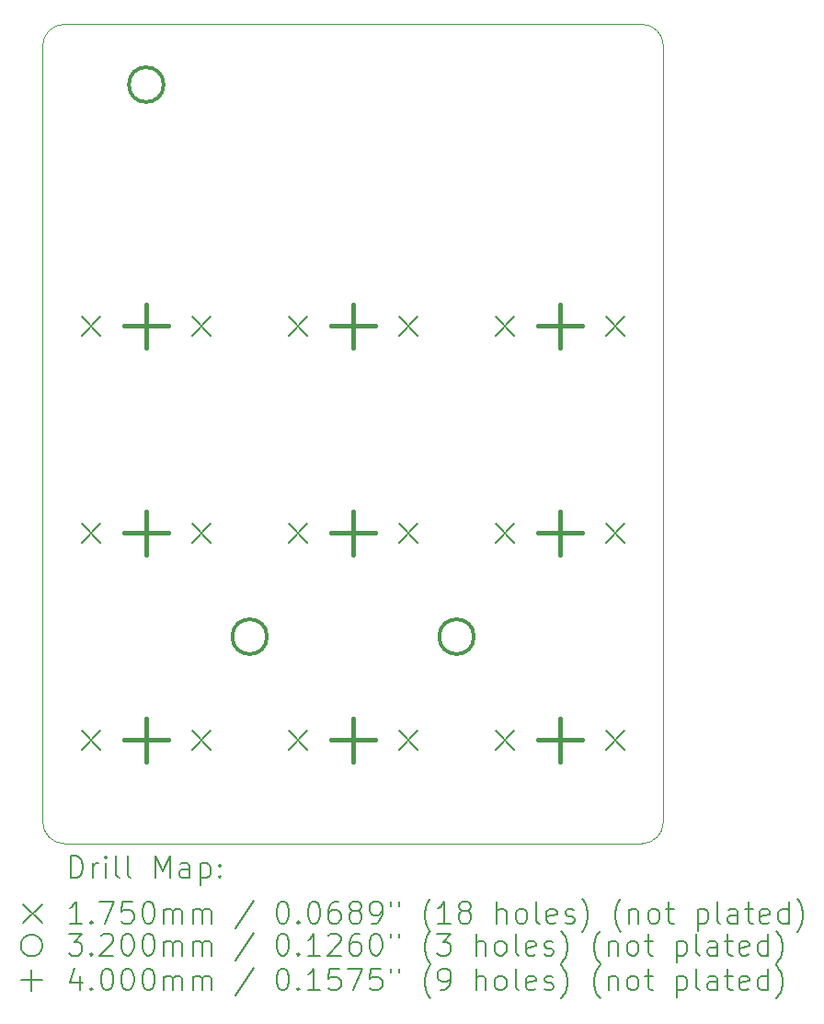
<source format=gbr>
%TF.GenerationSoftware,KiCad,Pcbnew,8.0.4*%
%TF.CreationDate,2024-07-27T19:33:40+02:00*%
%TF.ProjectId,pcb_macropad,7063625f-6d61-4637-926f-7061642e6b69,rev?*%
%TF.SameCoordinates,Original*%
%TF.FileFunction,Drillmap*%
%TF.FilePolarity,Positive*%
%FSLAX45Y45*%
G04 Gerber Fmt 4.5, Leading zero omitted, Abs format (unit mm)*
G04 Created by KiCad (PCBNEW 8.0.4) date 2024-07-27 19:33:40*
%MOMM*%
%LPD*%
G01*
G04 APERTURE LIST*
%ADD10C,0.050000*%
%ADD11C,0.200000*%
%ADD12C,0.175000*%
%ADD13C,0.320000*%
%ADD14C,0.400000*%
G04 APERTURE END LIST*
D10*
X11334750Y-10690250D02*
G75*
G02*
X11134750Y-10890250I-200000J0D01*
G01*
X11134750Y-10890250D02*
X5819750Y-10890250D01*
X5819750Y-3349625D02*
X11134750Y-3349625D01*
X5619750Y-10690250D02*
X5619750Y-3549625D01*
X11334750Y-3549625D02*
X11334750Y-10690250D01*
X5819750Y-10890250D02*
G75*
G02*
X5619750Y-10690250I0J200000D01*
G01*
X5619750Y-3549625D02*
G75*
G02*
X5819750Y-3349630I199990J5D01*
G01*
X11134750Y-3349625D02*
G75*
G02*
X11334745Y-3549625I0J-199995D01*
G01*
D11*
D12*
X5976750Y-6040250D02*
X6151750Y-6215250D01*
X6151750Y-6040250D02*
X5976750Y-6215250D01*
X5976750Y-7945250D02*
X6151750Y-8120250D01*
X6151750Y-7945250D02*
X5976750Y-8120250D01*
X5976750Y-9850250D02*
X6151750Y-10025250D01*
X6151750Y-9850250D02*
X5976750Y-10025250D01*
X6992750Y-6040250D02*
X7167750Y-6215250D01*
X7167750Y-6040250D02*
X6992750Y-6215250D01*
X6992750Y-7945250D02*
X7167750Y-8120250D01*
X7167750Y-7945250D02*
X6992750Y-8120250D01*
X6992750Y-9850250D02*
X7167750Y-10025250D01*
X7167750Y-9850250D02*
X6992750Y-10025250D01*
X7881750Y-6040250D02*
X8056750Y-6215250D01*
X8056750Y-6040250D02*
X7881750Y-6215250D01*
X7881750Y-7945250D02*
X8056750Y-8120250D01*
X8056750Y-7945250D02*
X7881750Y-8120250D01*
X7881750Y-9850250D02*
X8056750Y-10025250D01*
X8056750Y-9850250D02*
X7881750Y-10025250D01*
X8897750Y-6040250D02*
X9072750Y-6215250D01*
X9072750Y-6040250D02*
X8897750Y-6215250D01*
X8897750Y-7945250D02*
X9072750Y-8120250D01*
X9072750Y-7945250D02*
X8897750Y-8120250D01*
X8897750Y-9850250D02*
X9072750Y-10025250D01*
X9072750Y-9850250D02*
X8897750Y-10025250D01*
X9786750Y-6040250D02*
X9961750Y-6215250D01*
X9961750Y-6040250D02*
X9786750Y-6215250D01*
X9786750Y-7945250D02*
X9961750Y-8120250D01*
X9961750Y-7945250D02*
X9786750Y-8120250D01*
X9786750Y-9850250D02*
X9961750Y-10025250D01*
X9961750Y-9850250D02*
X9786750Y-10025250D01*
X10802750Y-6040250D02*
X10977750Y-6215250D01*
X10977750Y-6040250D02*
X10802750Y-6215250D01*
X10802750Y-7945250D02*
X10977750Y-8120250D01*
X10977750Y-7945250D02*
X10802750Y-8120250D01*
X10802750Y-9850250D02*
X10977750Y-10025250D01*
X10977750Y-9850250D02*
X10802750Y-10025250D01*
D13*
X6732250Y-3905250D02*
G75*
G02*
X6412250Y-3905250I-160000J0D01*
G01*
X6412250Y-3905250D02*
G75*
G02*
X6732250Y-3905250I160000J0D01*
G01*
X7684750Y-8985250D02*
G75*
G02*
X7364750Y-8985250I-160000J0D01*
G01*
X7364750Y-8985250D02*
G75*
G02*
X7684750Y-8985250I160000J0D01*
G01*
X9589750Y-8985250D02*
G75*
G02*
X9269750Y-8985250I-160000J0D01*
G01*
X9269750Y-8985250D02*
G75*
G02*
X9589750Y-8985250I160000J0D01*
G01*
D14*
X6572250Y-5927750D02*
X6572250Y-6327750D01*
X6372250Y-6127750D02*
X6772250Y-6127750D01*
X6572250Y-7832750D02*
X6572250Y-8232750D01*
X6372250Y-8032750D02*
X6772250Y-8032750D01*
X6572250Y-9737750D02*
X6572250Y-10137750D01*
X6372250Y-9937750D02*
X6772250Y-9937750D01*
X8477250Y-5927750D02*
X8477250Y-6327750D01*
X8277250Y-6127750D02*
X8677250Y-6127750D01*
X8477250Y-7832750D02*
X8477250Y-8232750D01*
X8277250Y-8032750D02*
X8677250Y-8032750D01*
X8477250Y-9737750D02*
X8477250Y-10137750D01*
X8277250Y-9937750D02*
X8677250Y-9937750D01*
X10382250Y-5927750D02*
X10382250Y-6327750D01*
X10182250Y-6127750D02*
X10582250Y-6127750D01*
X10382250Y-7832750D02*
X10382250Y-8232750D01*
X10182250Y-8032750D02*
X10582250Y-8032750D01*
X10382250Y-9737750D02*
X10382250Y-10137750D01*
X10182250Y-9937750D02*
X10582250Y-9937750D01*
D11*
X5878027Y-11204234D02*
X5878027Y-11004234D01*
X5878027Y-11004234D02*
X5925646Y-11004234D01*
X5925646Y-11004234D02*
X5954217Y-11013758D01*
X5954217Y-11013758D02*
X5973265Y-11032805D01*
X5973265Y-11032805D02*
X5982789Y-11051853D01*
X5982789Y-11051853D02*
X5992312Y-11089948D01*
X5992312Y-11089948D02*
X5992312Y-11118520D01*
X5992312Y-11118520D02*
X5982789Y-11156615D01*
X5982789Y-11156615D02*
X5973265Y-11175662D01*
X5973265Y-11175662D02*
X5954217Y-11194710D01*
X5954217Y-11194710D02*
X5925646Y-11204234D01*
X5925646Y-11204234D02*
X5878027Y-11204234D01*
X6078027Y-11204234D02*
X6078027Y-11070900D01*
X6078027Y-11108996D02*
X6087551Y-11089948D01*
X6087551Y-11089948D02*
X6097074Y-11080424D01*
X6097074Y-11080424D02*
X6116122Y-11070900D01*
X6116122Y-11070900D02*
X6135170Y-11070900D01*
X6201836Y-11204234D02*
X6201836Y-11070900D01*
X6201836Y-11004234D02*
X6192312Y-11013758D01*
X6192312Y-11013758D02*
X6201836Y-11023281D01*
X6201836Y-11023281D02*
X6211360Y-11013758D01*
X6211360Y-11013758D02*
X6201836Y-11004234D01*
X6201836Y-11004234D02*
X6201836Y-11023281D01*
X6325646Y-11204234D02*
X6306598Y-11194710D01*
X6306598Y-11194710D02*
X6297074Y-11175662D01*
X6297074Y-11175662D02*
X6297074Y-11004234D01*
X6430408Y-11204234D02*
X6411360Y-11194710D01*
X6411360Y-11194710D02*
X6401836Y-11175662D01*
X6401836Y-11175662D02*
X6401836Y-11004234D01*
X6658979Y-11204234D02*
X6658979Y-11004234D01*
X6658979Y-11004234D02*
X6725646Y-11147091D01*
X6725646Y-11147091D02*
X6792312Y-11004234D01*
X6792312Y-11004234D02*
X6792312Y-11204234D01*
X6973265Y-11204234D02*
X6973265Y-11099472D01*
X6973265Y-11099472D02*
X6963741Y-11080424D01*
X6963741Y-11080424D02*
X6944693Y-11070900D01*
X6944693Y-11070900D02*
X6906598Y-11070900D01*
X6906598Y-11070900D02*
X6887551Y-11080424D01*
X6973265Y-11194710D02*
X6954217Y-11204234D01*
X6954217Y-11204234D02*
X6906598Y-11204234D01*
X6906598Y-11204234D02*
X6887551Y-11194710D01*
X6887551Y-11194710D02*
X6878027Y-11175662D01*
X6878027Y-11175662D02*
X6878027Y-11156615D01*
X6878027Y-11156615D02*
X6887551Y-11137567D01*
X6887551Y-11137567D02*
X6906598Y-11128043D01*
X6906598Y-11128043D02*
X6954217Y-11128043D01*
X6954217Y-11128043D02*
X6973265Y-11118520D01*
X7068503Y-11070900D02*
X7068503Y-11270900D01*
X7068503Y-11080424D02*
X7087551Y-11070900D01*
X7087551Y-11070900D02*
X7125646Y-11070900D01*
X7125646Y-11070900D02*
X7144693Y-11080424D01*
X7144693Y-11080424D02*
X7154217Y-11089948D01*
X7154217Y-11089948D02*
X7163741Y-11108996D01*
X7163741Y-11108996D02*
X7163741Y-11166139D01*
X7163741Y-11166139D02*
X7154217Y-11185186D01*
X7154217Y-11185186D02*
X7144693Y-11194710D01*
X7144693Y-11194710D02*
X7125646Y-11204234D01*
X7125646Y-11204234D02*
X7087551Y-11204234D01*
X7087551Y-11204234D02*
X7068503Y-11194710D01*
X7249455Y-11185186D02*
X7258979Y-11194710D01*
X7258979Y-11194710D02*
X7249455Y-11204234D01*
X7249455Y-11204234D02*
X7239932Y-11194710D01*
X7239932Y-11194710D02*
X7249455Y-11185186D01*
X7249455Y-11185186D02*
X7249455Y-11204234D01*
X7249455Y-11080424D02*
X7258979Y-11089948D01*
X7258979Y-11089948D02*
X7249455Y-11099472D01*
X7249455Y-11099472D02*
X7239932Y-11089948D01*
X7239932Y-11089948D02*
X7249455Y-11080424D01*
X7249455Y-11080424D02*
X7249455Y-11099472D01*
D12*
X5442250Y-11445250D02*
X5617250Y-11620250D01*
X5617250Y-11445250D02*
X5442250Y-11620250D01*
D11*
X5982789Y-11624234D02*
X5868503Y-11624234D01*
X5925646Y-11624234D02*
X5925646Y-11424234D01*
X5925646Y-11424234D02*
X5906598Y-11452805D01*
X5906598Y-11452805D02*
X5887551Y-11471853D01*
X5887551Y-11471853D02*
X5868503Y-11481377D01*
X6068503Y-11605186D02*
X6078027Y-11614710D01*
X6078027Y-11614710D02*
X6068503Y-11624234D01*
X6068503Y-11624234D02*
X6058979Y-11614710D01*
X6058979Y-11614710D02*
X6068503Y-11605186D01*
X6068503Y-11605186D02*
X6068503Y-11624234D01*
X6144693Y-11424234D02*
X6278027Y-11424234D01*
X6278027Y-11424234D02*
X6192312Y-11624234D01*
X6449455Y-11424234D02*
X6354217Y-11424234D01*
X6354217Y-11424234D02*
X6344693Y-11519472D01*
X6344693Y-11519472D02*
X6354217Y-11509948D01*
X6354217Y-11509948D02*
X6373265Y-11500424D01*
X6373265Y-11500424D02*
X6420884Y-11500424D01*
X6420884Y-11500424D02*
X6439932Y-11509948D01*
X6439932Y-11509948D02*
X6449455Y-11519472D01*
X6449455Y-11519472D02*
X6458979Y-11538519D01*
X6458979Y-11538519D02*
X6458979Y-11586138D01*
X6458979Y-11586138D02*
X6449455Y-11605186D01*
X6449455Y-11605186D02*
X6439932Y-11614710D01*
X6439932Y-11614710D02*
X6420884Y-11624234D01*
X6420884Y-11624234D02*
X6373265Y-11624234D01*
X6373265Y-11624234D02*
X6354217Y-11614710D01*
X6354217Y-11614710D02*
X6344693Y-11605186D01*
X6582789Y-11424234D02*
X6601836Y-11424234D01*
X6601836Y-11424234D02*
X6620884Y-11433758D01*
X6620884Y-11433758D02*
X6630408Y-11443281D01*
X6630408Y-11443281D02*
X6639932Y-11462329D01*
X6639932Y-11462329D02*
X6649455Y-11500424D01*
X6649455Y-11500424D02*
X6649455Y-11548043D01*
X6649455Y-11548043D02*
X6639932Y-11586138D01*
X6639932Y-11586138D02*
X6630408Y-11605186D01*
X6630408Y-11605186D02*
X6620884Y-11614710D01*
X6620884Y-11614710D02*
X6601836Y-11624234D01*
X6601836Y-11624234D02*
X6582789Y-11624234D01*
X6582789Y-11624234D02*
X6563741Y-11614710D01*
X6563741Y-11614710D02*
X6554217Y-11605186D01*
X6554217Y-11605186D02*
X6544693Y-11586138D01*
X6544693Y-11586138D02*
X6535170Y-11548043D01*
X6535170Y-11548043D02*
X6535170Y-11500424D01*
X6535170Y-11500424D02*
X6544693Y-11462329D01*
X6544693Y-11462329D02*
X6554217Y-11443281D01*
X6554217Y-11443281D02*
X6563741Y-11433758D01*
X6563741Y-11433758D02*
X6582789Y-11424234D01*
X6735170Y-11624234D02*
X6735170Y-11490900D01*
X6735170Y-11509948D02*
X6744693Y-11500424D01*
X6744693Y-11500424D02*
X6763741Y-11490900D01*
X6763741Y-11490900D02*
X6792313Y-11490900D01*
X6792313Y-11490900D02*
X6811360Y-11500424D01*
X6811360Y-11500424D02*
X6820884Y-11519472D01*
X6820884Y-11519472D02*
X6820884Y-11624234D01*
X6820884Y-11519472D02*
X6830408Y-11500424D01*
X6830408Y-11500424D02*
X6849455Y-11490900D01*
X6849455Y-11490900D02*
X6878027Y-11490900D01*
X6878027Y-11490900D02*
X6897074Y-11500424D01*
X6897074Y-11500424D02*
X6906598Y-11519472D01*
X6906598Y-11519472D02*
X6906598Y-11624234D01*
X7001836Y-11624234D02*
X7001836Y-11490900D01*
X7001836Y-11509948D02*
X7011360Y-11500424D01*
X7011360Y-11500424D02*
X7030408Y-11490900D01*
X7030408Y-11490900D02*
X7058979Y-11490900D01*
X7058979Y-11490900D02*
X7078027Y-11500424D01*
X7078027Y-11500424D02*
X7087551Y-11519472D01*
X7087551Y-11519472D02*
X7087551Y-11624234D01*
X7087551Y-11519472D02*
X7097074Y-11500424D01*
X7097074Y-11500424D02*
X7116122Y-11490900D01*
X7116122Y-11490900D02*
X7144693Y-11490900D01*
X7144693Y-11490900D02*
X7163741Y-11500424D01*
X7163741Y-11500424D02*
X7173265Y-11519472D01*
X7173265Y-11519472D02*
X7173265Y-11624234D01*
X7563741Y-11414710D02*
X7392313Y-11671853D01*
X7820884Y-11424234D02*
X7839932Y-11424234D01*
X7839932Y-11424234D02*
X7858979Y-11433758D01*
X7858979Y-11433758D02*
X7868503Y-11443281D01*
X7868503Y-11443281D02*
X7878027Y-11462329D01*
X7878027Y-11462329D02*
X7887551Y-11500424D01*
X7887551Y-11500424D02*
X7887551Y-11548043D01*
X7887551Y-11548043D02*
X7878027Y-11586138D01*
X7878027Y-11586138D02*
X7868503Y-11605186D01*
X7868503Y-11605186D02*
X7858979Y-11614710D01*
X7858979Y-11614710D02*
X7839932Y-11624234D01*
X7839932Y-11624234D02*
X7820884Y-11624234D01*
X7820884Y-11624234D02*
X7801836Y-11614710D01*
X7801836Y-11614710D02*
X7792313Y-11605186D01*
X7792313Y-11605186D02*
X7782789Y-11586138D01*
X7782789Y-11586138D02*
X7773265Y-11548043D01*
X7773265Y-11548043D02*
X7773265Y-11500424D01*
X7773265Y-11500424D02*
X7782789Y-11462329D01*
X7782789Y-11462329D02*
X7792313Y-11443281D01*
X7792313Y-11443281D02*
X7801836Y-11433758D01*
X7801836Y-11433758D02*
X7820884Y-11424234D01*
X7973265Y-11605186D02*
X7982789Y-11614710D01*
X7982789Y-11614710D02*
X7973265Y-11624234D01*
X7973265Y-11624234D02*
X7963741Y-11614710D01*
X7963741Y-11614710D02*
X7973265Y-11605186D01*
X7973265Y-11605186D02*
X7973265Y-11624234D01*
X8106598Y-11424234D02*
X8125646Y-11424234D01*
X8125646Y-11424234D02*
X8144694Y-11433758D01*
X8144694Y-11433758D02*
X8154217Y-11443281D01*
X8154217Y-11443281D02*
X8163741Y-11462329D01*
X8163741Y-11462329D02*
X8173265Y-11500424D01*
X8173265Y-11500424D02*
X8173265Y-11548043D01*
X8173265Y-11548043D02*
X8163741Y-11586138D01*
X8163741Y-11586138D02*
X8154217Y-11605186D01*
X8154217Y-11605186D02*
X8144694Y-11614710D01*
X8144694Y-11614710D02*
X8125646Y-11624234D01*
X8125646Y-11624234D02*
X8106598Y-11624234D01*
X8106598Y-11624234D02*
X8087551Y-11614710D01*
X8087551Y-11614710D02*
X8078027Y-11605186D01*
X8078027Y-11605186D02*
X8068503Y-11586138D01*
X8068503Y-11586138D02*
X8058979Y-11548043D01*
X8058979Y-11548043D02*
X8058979Y-11500424D01*
X8058979Y-11500424D02*
X8068503Y-11462329D01*
X8068503Y-11462329D02*
X8078027Y-11443281D01*
X8078027Y-11443281D02*
X8087551Y-11433758D01*
X8087551Y-11433758D02*
X8106598Y-11424234D01*
X8344694Y-11424234D02*
X8306598Y-11424234D01*
X8306598Y-11424234D02*
X8287551Y-11433758D01*
X8287551Y-11433758D02*
X8278027Y-11443281D01*
X8278027Y-11443281D02*
X8258979Y-11471853D01*
X8258979Y-11471853D02*
X8249456Y-11509948D01*
X8249456Y-11509948D02*
X8249456Y-11586138D01*
X8249456Y-11586138D02*
X8258979Y-11605186D01*
X8258979Y-11605186D02*
X8268503Y-11614710D01*
X8268503Y-11614710D02*
X8287551Y-11624234D01*
X8287551Y-11624234D02*
X8325646Y-11624234D01*
X8325646Y-11624234D02*
X8344694Y-11614710D01*
X8344694Y-11614710D02*
X8354217Y-11605186D01*
X8354217Y-11605186D02*
X8363741Y-11586138D01*
X8363741Y-11586138D02*
X8363741Y-11538519D01*
X8363741Y-11538519D02*
X8354217Y-11519472D01*
X8354217Y-11519472D02*
X8344694Y-11509948D01*
X8344694Y-11509948D02*
X8325646Y-11500424D01*
X8325646Y-11500424D02*
X8287551Y-11500424D01*
X8287551Y-11500424D02*
X8268503Y-11509948D01*
X8268503Y-11509948D02*
X8258979Y-11519472D01*
X8258979Y-11519472D02*
X8249456Y-11538519D01*
X8478027Y-11509948D02*
X8458979Y-11500424D01*
X8458979Y-11500424D02*
X8449456Y-11490900D01*
X8449456Y-11490900D02*
X8439932Y-11471853D01*
X8439932Y-11471853D02*
X8439932Y-11462329D01*
X8439932Y-11462329D02*
X8449456Y-11443281D01*
X8449456Y-11443281D02*
X8458979Y-11433758D01*
X8458979Y-11433758D02*
X8478027Y-11424234D01*
X8478027Y-11424234D02*
X8516122Y-11424234D01*
X8516122Y-11424234D02*
X8535170Y-11433758D01*
X8535170Y-11433758D02*
X8544694Y-11443281D01*
X8544694Y-11443281D02*
X8554218Y-11462329D01*
X8554218Y-11462329D02*
X8554218Y-11471853D01*
X8554218Y-11471853D02*
X8544694Y-11490900D01*
X8544694Y-11490900D02*
X8535170Y-11500424D01*
X8535170Y-11500424D02*
X8516122Y-11509948D01*
X8516122Y-11509948D02*
X8478027Y-11509948D01*
X8478027Y-11509948D02*
X8458979Y-11519472D01*
X8458979Y-11519472D02*
X8449456Y-11528996D01*
X8449456Y-11528996D02*
X8439932Y-11548043D01*
X8439932Y-11548043D02*
X8439932Y-11586138D01*
X8439932Y-11586138D02*
X8449456Y-11605186D01*
X8449456Y-11605186D02*
X8458979Y-11614710D01*
X8458979Y-11614710D02*
X8478027Y-11624234D01*
X8478027Y-11624234D02*
X8516122Y-11624234D01*
X8516122Y-11624234D02*
X8535170Y-11614710D01*
X8535170Y-11614710D02*
X8544694Y-11605186D01*
X8544694Y-11605186D02*
X8554218Y-11586138D01*
X8554218Y-11586138D02*
X8554218Y-11548043D01*
X8554218Y-11548043D02*
X8544694Y-11528996D01*
X8544694Y-11528996D02*
X8535170Y-11519472D01*
X8535170Y-11519472D02*
X8516122Y-11509948D01*
X8649456Y-11624234D02*
X8687551Y-11624234D01*
X8687551Y-11624234D02*
X8706599Y-11614710D01*
X8706599Y-11614710D02*
X8716122Y-11605186D01*
X8716122Y-11605186D02*
X8735170Y-11576615D01*
X8735170Y-11576615D02*
X8744694Y-11538519D01*
X8744694Y-11538519D02*
X8744694Y-11462329D01*
X8744694Y-11462329D02*
X8735170Y-11443281D01*
X8735170Y-11443281D02*
X8725646Y-11433758D01*
X8725646Y-11433758D02*
X8706599Y-11424234D01*
X8706599Y-11424234D02*
X8668503Y-11424234D01*
X8668503Y-11424234D02*
X8649456Y-11433758D01*
X8649456Y-11433758D02*
X8639932Y-11443281D01*
X8639932Y-11443281D02*
X8630408Y-11462329D01*
X8630408Y-11462329D02*
X8630408Y-11509948D01*
X8630408Y-11509948D02*
X8639932Y-11528996D01*
X8639932Y-11528996D02*
X8649456Y-11538519D01*
X8649456Y-11538519D02*
X8668503Y-11548043D01*
X8668503Y-11548043D02*
X8706599Y-11548043D01*
X8706599Y-11548043D02*
X8725646Y-11538519D01*
X8725646Y-11538519D02*
X8735170Y-11528996D01*
X8735170Y-11528996D02*
X8744694Y-11509948D01*
X8820884Y-11424234D02*
X8820884Y-11462329D01*
X8897075Y-11424234D02*
X8897075Y-11462329D01*
X9192313Y-11700424D02*
X9182789Y-11690900D01*
X9182789Y-11690900D02*
X9163741Y-11662329D01*
X9163741Y-11662329D02*
X9154218Y-11643281D01*
X9154218Y-11643281D02*
X9144694Y-11614710D01*
X9144694Y-11614710D02*
X9135170Y-11567091D01*
X9135170Y-11567091D02*
X9135170Y-11528996D01*
X9135170Y-11528996D02*
X9144694Y-11481377D01*
X9144694Y-11481377D02*
X9154218Y-11452805D01*
X9154218Y-11452805D02*
X9163741Y-11433758D01*
X9163741Y-11433758D02*
X9182789Y-11405186D01*
X9182789Y-11405186D02*
X9192313Y-11395662D01*
X9373265Y-11624234D02*
X9258980Y-11624234D01*
X9316122Y-11624234D02*
X9316122Y-11424234D01*
X9316122Y-11424234D02*
X9297075Y-11452805D01*
X9297075Y-11452805D02*
X9278027Y-11471853D01*
X9278027Y-11471853D02*
X9258980Y-11481377D01*
X9487551Y-11509948D02*
X9468503Y-11500424D01*
X9468503Y-11500424D02*
X9458980Y-11490900D01*
X9458980Y-11490900D02*
X9449456Y-11471853D01*
X9449456Y-11471853D02*
X9449456Y-11462329D01*
X9449456Y-11462329D02*
X9458980Y-11443281D01*
X9458980Y-11443281D02*
X9468503Y-11433758D01*
X9468503Y-11433758D02*
X9487551Y-11424234D01*
X9487551Y-11424234D02*
X9525646Y-11424234D01*
X9525646Y-11424234D02*
X9544694Y-11433758D01*
X9544694Y-11433758D02*
X9554218Y-11443281D01*
X9554218Y-11443281D02*
X9563741Y-11462329D01*
X9563741Y-11462329D02*
X9563741Y-11471853D01*
X9563741Y-11471853D02*
X9554218Y-11490900D01*
X9554218Y-11490900D02*
X9544694Y-11500424D01*
X9544694Y-11500424D02*
X9525646Y-11509948D01*
X9525646Y-11509948D02*
X9487551Y-11509948D01*
X9487551Y-11509948D02*
X9468503Y-11519472D01*
X9468503Y-11519472D02*
X9458980Y-11528996D01*
X9458980Y-11528996D02*
X9449456Y-11548043D01*
X9449456Y-11548043D02*
X9449456Y-11586138D01*
X9449456Y-11586138D02*
X9458980Y-11605186D01*
X9458980Y-11605186D02*
X9468503Y-11614710D01*
X9468503Y-11614710D02*
X9487551Y-11624234D01*
X9487551Y-11624234D02*
X9525646Y-11624234D01*
X9525646Y-11624234D02*
X9544694Y-11614710D01*
X9544694Y-11614710D02*
X9554218Y-11605186D01*
X9554218Y-11605186D02*
X9563741Y-11586138D01*
X9563741Y-11586138D02*
X9563741Y-11548043D01*
X9563741Y-11548043D02*
X9554218Y-11528996D01*
X9554218Y-11528996D02*
X9544694Y-11519472D01*
X9544694Y-11519472D02*
X9525646Y-11509948D01*
X9801837Y-11624234D02*
X9801837Y-11424234D01*
X9887551Y-11624234D02*
X9887551Y-11519472D01*
X9887551Y-11519472D02*
X9878027Y-11500424D01*
X9878027Y-11500424D02*
X9858980Y-11490900D01*
X9858980Y-11490900D02*
X9830408Y-11490900D01*
X9830408Y-11490900D02*
X9811361Y-11500424D01*
X9811361Y-11500424D02*
X9801837Y-11509948D01*
X10011361Y-11624234D02*
X9992313Y-11614710D01*
X9992313Y-11614710D02*
X9982789Y-11605186D01*
X9982789Y-11605186D02*
X9973265Y-11586138D01*
X9973265Y-11586138D02*
X9973265Y-11528996D01*
X9973265Y-11528996D02*
X9982789Y-11509948D01*
X9982789Y-11509948D02*
X9992313Y-11500424D01*
X9992313Y-11500424D02*
X10011361Y-11490900D01*
X10011361Y-11490900D02*
X10039932Y-11490900D01*
X10039932Y-11490900D02*
X10058980Y-11500424D01*
X10058980Y-11500424D02*
X10068503Y-11509948D01*
X10068503Y-11509948D02*
X10078027Y-11528996D01*
X10078027Y-11528996D02*
X10078027Y-11586138D01*
X10078027Y-11586138D02*
X10068503Y-11605186D01*
X10068503Y-11605186D02*
X10058980Y-11614710D01*
X10058980Y-11614710D02*
X10039932Y-11624234D01*
X10039932Y-11624234D02*
X10011361Y-11624234D01*
X10192313Y-11624234D02*
X10173265Y-11614710D01*
X10173265Y-11614710D02*
X10163742Y-11595662D01*
X10163742Y-11595662D02*
X10163742Y-11424234D01*
X10344694Y-11614710D02*
X10325646Y-11624234D01*
X10325646Y-11624234D02*
X10287551Y-11624234D01*
X10287551Y-11624234D02*
X10268503Y-11614710D01*
X10268503Y-11614710D02*
X10258980Y-11595662D01*
X10258980Y-11595662D02*
X10258980Y-11519472D01*
X10258980Y-11519472D02*
X10268503Y-11500424D01*
X10268503Y-11500424D02*
X10287551Y-11490900D01*
X10287551Y-11490900D02*
X10325646Y-11490900D01*
X10325646Y-11490900D02*
X10344694Y-11500424D01*
X10344694Y-11500424D02*
X10354218Y-11519472D01*
X10354218Y-11519472D02*
X10354218Y-11538519D01*
X10354218Y-11538519D02*
X10258980Y-11557567D01*
X10430408Y-11614710D02*
X10449456Y-11624234D01*
X10449456Y-11624234D02*
X10487551Y-11624234D01*
X10487551Y-11624234D02*
X10506599Y-11614710D01*
X10506599Y-11614710D02*
X10516123Y-11595662D01*
X10516123Y-11595662D02*
X10516123Y-11586138D01*
X10516123Y-11586138D02*
X10506599Y-11567091D01*
X10506599Y-11567091D02*
X10487551Y-11557567D01*
X10487551Y-11557567D02*
X10458980Y-11557567D01*
X10458980Y-11557567D02*
X10439932Y-11548043D01*
X10439932Y-11548043D02*
X10430408Y-11528996D01*
X10430408Y-11528996D02*
X10430408Y-11519472D01*
X10430408Y-11519472D02*
X10439932Y-11500424D01*
X10439932Y-11500424D02*
X10458980Y-11490900D01*
X10458980Y-11490900D02*
X10487551Y-11490900D01*
X10487551Y-11490900D02*
X10506599Y-11500424D01*
X10582789Y-11700424D02*
X10592313Y-11690900D01*
X10592313Y-11690900D02*
X10611361Y-11662329D01*
X10611361Y-11662329D02*
X10620884Y-11643281D01*
X10620884Y-11643281D02*
X10630408Y-11614710D01*
X10630408Y-11614710D02*
X10639932Y-11567091D01*
X10639932Y-11567091D02*
X10639932Y-11528996D01*
X10639932Y-11528996D02*
X10630408Y-11481377D01*
X10630408Y-11481377D02*
X10620884Y-11452805D01*
X10620884Y-11452805D02*
X10611361Y-11433758D01*
X10611361Y-11433758D02*
X10592313Y-11405186D01*
X10592313Y-11405186D02*
X10582789Y-11395662D01*
X10944694Y-11700424D02*
X10935170Y-11690900D01*
X10935170Y-11690900D02*
X10916123Y-11662329D01*
X10916123Y-11662329D02*
X10906599Y-11643281D01*
X10906599Y-11643281D02*
X10897075Y-11614710D01*
X10897075Y-11614710D02*
X10887551Y-11567091D01*
X10887551Y-11567091D02*
X10887551Y-11528996D01*
X10887551Y-11528996D02*
X10897075Y-11481377D01*
X10897075Y-11481377D02*
X10906599Y-11452805D01*
X10906599Y-11452805D02*
X10916123Y-11433758D01*
X10916123Y-11433758D02*
X10935170Y-11405186D01*
X10935170Y-11405186D02*
X10944694Y-11395662D01*
X11020884Y-11490900D02*
X11020884Y-11624234D01*
X11020884Y-11509948D02*
X11030408Y-11500424D01*
X11030408Y-11500424D02*
X11049456Y-11490900D01*
X11049456Y-11490900D02*
X11078027Y-11490900D01*
X11078027Y-11490900D02*
X11097075Y-11500424D01*
X11097075Y-11500424D02*
X11106599Y-11519472D01*
X11106599Y-11519472D02*
X11106599Y-11624234D01*
X11230408Y-11624234D02*
X11211361Y-11614710D01*
X11211361Y-11614710D02*
X11201837Y-11605186D01*
X11201837Y-11605186D02*
X11192313Y-11586138D01*
X11192313Y-11586138D02*
X11192313Y-11528996D01*
X11192313Y-11528996D02*
X11201837Y-11509948D01*
X11201837Y-11509948D02*
X11211361Y-11500424D01*
X11211361Y-11500424D02*
X11230408Y-11490900D01*
X11230408Y-11490900D02*
X11258980Y-11490900D01*
X11258980Y-11490900D02*
X11278027Y-11500424D01*
X11278027Y-11500424D02*
X11287551Y-11509948D01*
X11287551Y-11509948D02*
X11297075Y-11528996D01*
X11297075Y-11528996D02*
X11297075Y-11586138D01*
X11297075Y-11586138D02*
X11287551Y-11605186D01*
X11287551Y-11605186D02*
X11278027Y-11614710D01*
X11278027Y-11614710D02*
X11258980Y-11624234D01*
X11258980Y-11624234D02*
X11230408Y-11624234D01*
X11354218Y-11490900D02*
X11430408Y-11490900D01*
X11382789Y-11424234D02*
X11382789Y-11595662D01*
X11382789Y-11595662D02*
X11392313Y-11614710D01*
X11392313Y-11614710D02*
X11411361Y-11624234D01*
X11411361Y-11624234D02*
X11430408Y-11624234D01*
X11649456Y-11490900D02*
X11649456Y-11690900D01*
X11649456Y-11500424D02*
X11668503Y-11490900D01*
X11668503Y-11490900D02*
X11706599Y-11490900D01*
X11706599Y-11490900D02*
X11725646Y-11500424D01*
X11725646Y-11500424D02*
X11735170Y-11509948D01*
X11735170Y-11509948D02*
X11744694Y-11528996D01*
X11744694Y-11528996D02*
X11744694Y-11586138D01*
X11744694Y-11586138D02*
X11735170Y-11605186D01*
X11735170Y-11605186D02*
X11725646Y-11614710D01*
X11725646Y-11614710D02*
X11706599Y-11624234D01*
X11706599Y-11624234D02*
X11668503Y-11624234D01*
X11668503Y-11624234D02*
X11649456Y-11614710D01*
X11858980Y-11624234D02*
X11839932Y-11614710D01*
X11839932Y-11614710D02*
X11830408Y-11595662D01*
X11830408Y-11595662D02*
X11830408Y-11424234D01*
X12020884Y-11624234D02*
X12020884Y-11519472D01*
X12020884Y-11519472D02*
X12011361Y-11500424D01*
X12011361Y-11500424D02*
X11992313Y-11490900D01*
X11992313Y-11490900D02*
X11954218Y-11490900D01*
X11954218Y-11490900D02*
X11935170Y-11500424D01*
X12020884Y-11614710D02*
X12001837Y-11624234D01*
X12001837Y-11624234D02*
X11954218Y-11624234D01*
X11954218Y-11624234D02*
X11935170Y-11614710D01*
X11935170Y-11614710D02*
X11925646Y-11595662D01*
X11925646Y-11595662D02*
X11925646Y-11576615D01*
X11925646Y-11576615D02*
X11935170Y-11557567D01*
X11935170Y-11557567D02*
X11954218Y-11548043D01*
X11954218Y-11548043D02*
X12001837Y-11548043D01*
X12001837Y-11548043D02*
X12020884Y-11538519D01*
X12087551Y-11490900D02*
X12163742Y-11490900D01*
X12116123Y-11424234D02*
X12116123Y-11595662D01*
X12116123Y-11595662D02*
X12125646Y-11614710D01*
X12125646Y-11614710D02*
X12144694Y-11624234D01*
X12144694Y-11624234D02*
X12163742Y-11624234D01*
X12306599Y-11614710D02*
X12287551Y-11624234D01*
X12287551Y-11624234D02*
X12249456Y-11624234D01*
X12249456Y-11624234D02*
X12230408Y-11614710D01*
X12230408Y-11614710D02*
X12220884Y-11595662D01*
X12220884Y-11595662D02*
X12220884Y-11519472D01*
X12220884Y-11519472D02*
X12230408Y-11500424D01*
X12230408Y-11500424D02*
X12249456Y-11490900D01*
X12249456Y-11490900D02*
X12287551Y-11490900D01*
X12287551Y-11490900D02*
X12306599Y-11500424D01*
X12306599Y-11500424D02*
X12316123Y-11519472D01*
X12316123Y-11519472D02*
X12316123Y-11538519D01*
X12316123Y-11538519D02*
X12220884Y-11557567D01*
X12487551Y-11624234D02*
X12487551Y-11424234D01*
X12487551Y-11614710D02*
X12468504Y-11624234D01*
X12468504Y-11624234D02*
X12430408Y-11624234D01*
X12430408Y-11624234D02*
X12411361Y-11614710D01*
X12411361Y-11614710D02*
X12401837Y-11605186D01*
X12401837Y-11605186D02*
X12392313Y-11586138D01*
X12392313Y-11586138D02*
X12392313Y-11528996D01*
X12392313Y-11528996D02*
X12401837Y-11509948D01*
X12401837Y-11509948D02*
X12411361Y-11500424D01*
X12411361Y-11500424D02*
X12430408Y-11490900D01*
X12430408Y-11490900D02*
X12468504Y-11490900D01*
X12468504Y-11490900D02*
X12487551Y-11500424D01*
X12563742Y-11700424D02*
X12573265Y-11690900D01*
X12573265Y-11690900D02*
X12592313Y-11662329D01*
X12592313Y-11662329D02*
X12601837Y-11643281D01*
X12601837Y-11643281D02*
X12611361Y-11614710D01*
X12611361Y-11614710D02*
X12620884Y-11567091D01*
X12620884Y-11567091D02*
X12620884Y-11528996D01*
X12620884Y-11528996D02*
X12611361Y-11481377D01*
X12611361Y-11481377D02*
X12601837Y-11452805D01*
X12601837Y-11452805D02*
X12592313Y-11433758D01*
X12592313Y-11433758D02*
X12573265Y-11405186D01*
X12573265Y-11405186D02*
X12563742Y-11395662D01*
X5617250Y-11827750D02*
G75*
G02*
X5417250Y-11827750I-100000J0D01*
G01*
X5417250Y-11827750D02*
G75*
G02*
X5617250Y-11827750I100000J0D01*
G01*
X5858979Y-11719234D02*
X5982789Y-11719234D01*
X5982789Y-11719234D02*
X5916122Y-11795424D01*
X5916122Y-11795424D02*
X5944693Y-11795424D01*
X5944693Y-11795424D02*
X5963741Y-11804948D01*
X5963741Y-11804948D02*
X5973265Y-11814472D01*
X5973265Y-11814472D02*
X5982789Y-11833519D01*
X5982789Y-11833519D02*
X5982789Y-11881138D01*
X5982789Y-11881138D02*
X5973265Y-11900186D01*
X5973265Y-11900186D02*
X5963741Y-11909710D01*
X5963741Y-11909710D02*
X5944693Y-11919234D01*
X5944693Y-11919234D02*
X5887551Y-11919234D01*
X5887551Y-11919234D02*
X5868503Y-11909710D01*
X5868503Y-11909710D02*
X5858979Y-11900186D01*
X6068503Y-11900186D02*
X6078027Y-11909710D01*
X6078027Y-11909710D02*
X6068503Y-11919234D01*
X6068503Y-11919234D02*
X6058979Y-11909710D01*
X6058979Y-11909710D02*
X6068503Y-11900186D01*
X6068503Y-11900186D02*
X6068503Y-11919234D01*
X6154217Y-11738281D02*
X6163741Y-11728758D01*
X6163741Y-11728758D02*
X6182789Y-11719234D01*
X6182789Y-11719234D02*
X6230408Y-11719234D01*
X6230408Y-11719234D02*
X6249455Y-11728758D01*
X6249455Y-11728758D02*
X6258979Y-11738281D01*
X6258979Y-11738281D02*
X6268503Y-11757329D01*
X6268503Y-11757329D02*
X6268503Y-11776377D01*
X6268503Y-11776377D02*
X6258979Y-11804948D01*
X6258979Y-11804948D02*
X6144693Y-11919234D01*
X6144693Y-11919234D02*
X6268503Y-11919234D01*
X6392312Y-11719234D02*
X6411360Y-11719234D01*
X6411360Y-11719234D02*
X6430408Y-11728758D01*
X6430408Y-11728758D02*
X6439932Y-11738281D01*
X6439932Y-11738281D02*
X6449455Y-11757329D01*
X6449455Y-11757329D02*
X6458979Y-11795424D01*
X6458979Y-11795424D02*
X6458979Y-11843043D01*
X6458979Y-11843043D02*
X6449455Y-11881138D01*
X6449455Y-11881138D02*
X6439932Y-11900186D01*
X6439932Y-11900186D02*
X6430408Y-11909710D01*
X6430408Y-11909710D02*
X6411360Y-11919234D01*
X6411360Y-11919234D02*
X6392312Y-11919234D01*
X6392312Y-11919234D02*
X6373265Y-11909710D01*
X6373265Y-11909710D02*
X6363741Y-11900186D01*
X6363741Y-11900186D02*
X6354217Y-11881138D01*
X6354217Y-11881138D02*
X6344693Y-11843043D01*
X6344693Y-11843043D02*
X6344693Y-11795424D01*
X6344693Y-11795424D02*
X6354217Y-11757329D01*
X6354217Y-11757329D02*
X6363741Y-11738281D01*
X6363741Y-11738281D02*
X6373265Y-11728758D01*
X6373265Y-11728758D02*
X6392312Y-11719234D01*
X6582789Y-11719234D02*
X6601836Y-11719234D01*
X6601836Y-11719234D02*
X6620884Y-11728758D01*
X6620884Y-11728758D02*
X6630408Y-11738281D01*
X6630408Y-11738281D02*
X6639932Y-11757329D01*
X6639932Y-11757329D02*
X6649455Y-11795424D01*
X6649455Y-11795424D02*
X6649455Y-11843043D01*
X6649455Y-11843043D02*
X6639932Y-11881138D01*
X6639932Y-11881138D02*
X6630408Y-11900186D01*
X6630408Y-11900186D02*
X6620884Y-11909710D01*
X6620884Y-11909710D02*
X6601836Y-11919234D01*
X6601836Y-11919234D02*
X6582789Y-11919234D01*
X6582789Y-11919234D02*
X6563741Y-11909710D01*
X6563741Y-11909710D02*
X6554217Y-11900186D01*
X6554217Y-11900186D02*
X6544693Y-11881138D01*
X6544693Y-11881138D02*
X6535170Y-11843043D01*
X6535170Y-11843043D02*
X6535170Y-11795424D01*
X6535170Y-11795424D02*
X6544693Y-11757329D01*
X6544693Y-11757329D02*
X6554217Y-11738281D01*
X6554217Y-11738281D02*
X6563741Y-11728758D01*
X6563741Y-11728758D02*
X6582789Y-11719234D01*
X6735170Y-11919234D02*
X6735170Y-11785900D01*
X6735170Y-11804948D02*
X6744693Y-11795424D01*
X6744693Y-11795424D02*
X6763741Y-11785900D01*
X6763741Y-11785900D02*
X6792313Y-11785900D01*
X6792313Y-11785900D02*
X6811360Y-11795424D01*
X6811360Y-11795424D02*
X6820884Y-11814472D01*
X6820884Y-11814472D02*
X6820884Y-11919234D01*
X6820884Y-11814472D02*
X6830408Y-11795424D01*
X6830408Y-11795424D02*
X6849455Y-11785900D01*
X6849455Y-11785900D02*
X6878027Y-11785900D01*
X6878027Y-11785900D02*
X6897074Y-11795424D01*
X6897074Y-11795424D02*
X6906598Y-11814472D01*
X6906598Y-11814472D02*
X6906598Y-11919234D01*
X7001836Y-11919234D02*
X7001836Y-11785900D01*
X7001836Y-11804948D02*
X7011360Y-11795424D01*
X7011360Y-11795424D02*
X7030408Y-11785900D01*
X7030408Y-11785900D02*
X7058979Y-11785900D01*
X7058979Y-11785900D02*
X7078027Y-11795424D01*
X7078027Y-11795424D02*
X7087551Y-11814472D01*
X7087551Y-11814472D02*
X7087551Y-11919234D01*
X7087551Y-11814472D02*
X7097074Y-11795424D01*
X7097074Y-11795424D02*
X7116122Y-11785900D01*
X7116122Y-11785900D02*
X7144693Y-11785900D01*
X7144693Y-11785900D02*
X7163741Y-11795424D01*
X7163741Y-11795424D02*
X7173265Y-11814472D01*
X7173265Y-11814472D02*
X7173265Y-11919234D01*
X7563741Y-11709710D02*
X7392313Y-11966853D01*
X7820884Y-11719234D02*
X7839932Y-11719234D01*
X7839932Y-11719234D02*
X7858979Y-11728758D01*
X7858979Y-11728758D02*
X7868503Y-11738281D01*
X7868503Y-11738281D02*
X7878027Y-11757329D01*
X7878027Y-11757329D02*
X7887551Y-11795424D01*
X7887551Y-11795424D02*
X7887551Y-11843043D01*
X7887551Y-11843043D02*
X7878027Y-11881138D01*
X7878027Y-11881138D02*
X7868503Y-11900186D01*
X7868503Y-11900186D02*
X7858979Y-11909710D01*
X7858979Y-11909710D02*
X7839932Y-11919234D01*
X7839932Y-11919234D02*
X7820884Y-11919234D01*
X7820884Y-11919234D02*
X7801836Y-11909710D01*
X7801836Y-11909710D02*
X7792313Y-11900186D01*
X7792313Y-11900186D02*
X7782789Y-11881138D01*
X7782789Y-11881138D02*
X7773265Y-11843043D01*
X7773265Y-11843043D02*
X7773265Y-11795424D01*
X7773265Y-11795424D02*
X7782789Y-11757329D01*
X7782789Y-11757329D02*
X7792313Y-11738281D01*
X7792313Y-11738281D02*
X7801836Y-11728758D01*
X7801836Y-11728758D02*
X7820884Y-11719234D01*
X7973265Y-11900186D02*
X7982789Y-11909710D01*
X7982789Y-11909710D02*
X7973265Y-11919234D01*
X7973265Y-11919234D02*
X7963741Y-11909710D01*
X7963741Y-11909710D02*
X7973265Y-11900186D01*
X7973265Y-11900186D02*
X7973265Y-11919234D01*
X8173265Y-11919234D02*
X8058979Y-11919234D01*
X8116122Y-11919234D02*
X8116122Y-11719234D01*
X8116122Y-11719234D02*
X8097075Y-11747805D01*
X8097075Y-11747805D02*
X8078027Y-11766853D01*
X8078027Y-11766853D02*
X8058979Y-11776377D01*
X8249456Y-11738281D02*
X8258979Y-11728758D01*
X8258979Y-11728758D02*
X8278027Y-11719234D01*
X8278027Y-11719234D02*
X8325646Y-11719234D01*
X8325646Y-11719234D02*
X8344694Y-11728758D01*
X8344694Y-11728758D02*
X8354217Y-11738281D01*
X8354217Y-11738281D02*
X8363741Y-11757329D01*
X8363741Y-11757329D02*
X8363741Y-11776377D01*
X8363741Y-11776377D02*
X8354217Y-11804948D01*
X8354217Y-11804948D02*
X8239932Y-11919234D01*
X8239932Y-11919234D02*
X8363741Y-11919234D01*
X8535170Y-11719234D02*
X8497075Y-11719234D01*
X8497075Y-11719234D02*
X8478027Y-11728758D01*
X8478027Y-11728758D02*
X8468503Y-11738281D01*
X8468503Y-11738281D02*
X8449456Y-11766853D01*
X8449456Y-11766853D02*
X8439932Y-11804948D01*
X8439932Y-11804948D02*
X8439932Y-11881138D01*
X8439932Y-11881138D02*
X8449456Y-11900186D01*
X8449456Y-11900186D02*
X8458979Y-11909710D01*
X8458979Y-11909710D02*
X8478027Y-11919234D01*
X8478027Y-11919234D02*
X8516122Y-11919234D01*
X8516122Y-11919234D02*
X8535170Y-11909710D01*
X8535170Y-11909710D02*
X8544694Y-11900186D01*
X8544694Y-11900186D02*
X8554218Y-11881138D01*
X8554218Y-11881138D02*
X8554218Y-11833519D01*
X8554218Y-11833519D02*
X8544694Y-11814472D01*
X8544694Y-11814472D02*
X8535170Y-11804948D01*
X8535170Y-11804948D02*
X8516122Y-11795424D01*
X8516122Y-11795424D02*
X8478027Y-11795424D01*
X8478027Y-11795424D02*
X8458979Y-11804948D01*
X8458979Y-11804948D02*
X8449456Y-11814472D01*
X8449456Y-11814472D02*
X8439932Y-11833519D01*
X8678027Y-11719234D02*
X8697075Y-11719234D01*
X8697075Y-11719234D02*
X8716122Y-11728758D01*
X8716122Y-11728758D02*
X8725646Y-11738281D01*
X8725646Y-11738281D02*
X8735170Y-11757329D01*
X8735170Y-11757329D02*
X8744694Y-11795424D01*
X8744694Y-11795424D02*
X8744694Y-11843043D01*
X8744694Y-11843043D02*
X8735170Y-11881138D01*
X8735170Y-11881138D02*
X8725646Y-11900186D01*
X8725646Y-11900186D02*
X8716122Y-11909710D01*
X8716122Y-11909710D02*
X8697075Y-11919234D01*
X8697075Y-11919234D02*
X8678027Y-11919234D01*
X8678027Y-11919234D02*
X8658979Y-11909710D01*
X8658979Y-11909710D02*
X8649456Y-11900186D01*
X8649456Y-11900186D02*
X8639932Y-11881138D01*
X8639932Y-11881138D02*
X8630408Y-11843043D01*
X8630408Y-11843043D02*
X8630408Y-11795424D01*
X8630408Y-11795424D02*
X8639932Y-11757329D01*
X8639932Y-11757329D02*
X8649456Y-11738281D01*
X8649456Y-11738281D02*
X8658979Y-11728758D01*
X8658979Y-11728758D02*
X8678027Y-11719234D01*
X8820884Y-11719234D02*
X8820884Y-11757329D01*
X8897075Y-11719234D02*
X8897075Y-11757329D01*
X9192313Y-11995424D02*
X9182789Y-11985900D01*
X9182789Y-11985900D02*
X9163741Y-11957329D01*
X9163741Y-11957329D02*
X9154218Y-11938281D01*
X9154218Y-11938281D02*
X9144694Y-11909710D01*
X9144694Y-11909710D02*
X9135170Y-11862091D01*
X9135170Y-11862091D02*
X9135170Y-11823996D01*
X9135170Y-11823996D02*
X9144694Y-11776377D01*
X9144694Y-11776377D02*
X9154218Y-11747805D01*
X9154218Y-11747805D02*
X9163741Y-11728758D01*
X9163741Y-11728758D02*
X9182789Y-11700186D01*
X9182789Y-11700186D02*
X9192313Y-11690662D01*
X9249456Y-11719234D02*
X9373265Y-11719234D01*
X9373265Y-11719234D02*
X9306599Y-11795424D01*
X9306599Y-11795424D02*
X9335170Y-11795424D01*
X9335170Y-11795424D02*
X9354218Y-11804948D01*
X9354218Y-11804948D02*
X9363741Y-11814472D01*
X9363741Y-11814472D02*
X9373265Y-11833519D01*
X9373265Y-11833519D02*
X9373265Y-11881138D01*
X9373265Y-11881138D02*
X9363741Y-11900186D01*
X9363741Y-11900186D02*
X9354218Y-11909710D01*
X9354218Y-11909710D02*
X9335170Y-11919234D01*
X9335170Y-11919234D02*
X9278027Y-11919234D01*
X9278027Y-11919234D02*
X9258980Y-11909710D01*
X9258980Y-11909710D02*
X9249456Y-11900186D01*
X9611361Y-11919234D02*
X9611361Y-11719234D01*
X9697075Y-11919234D02*
X9697075Y-11814472D01*
X9697075Y-11814472D02*
X9687551Y-11795424D01*
X9687551Y-11795424D02*
X9668503Y-11785900D01*
X9668503Y-11785900D02*
X9639932Y-11785900D01*
X9639932Y-11785900D02*
X9620884Y-11795424D01*
X9620884Y-11795424D02*
X9611361Y-11804948D01*
X9820884Y-11919234D02*
X9801837Y-11909710D01*
X9801837Y-11909710D02*
X9792313Y-11900186D01*
X9792313Y-11900186D02*
X9782789Y-11881138D01*
X9782789Y-11881138D02*
X9782789Y-11823996D01*
X9782789Y-11823996D02*
X9792313Y-11804948D01*
X9792313Y-11804948D02*
X9801837Y-11795424D01*
X9801837Y-11795424D02*
X9820884Y-11785900D01*
X9820884Y-11785900D02*
X9849456Y-11785900D01*
X9849456Y-11785900D02*
X9868503Y-11795424D01*
X9868503Y-11795424D02*
X9878027Y-11804948D01*
X9878027Y-11804948D02*
X9887551Y-11823996D01*
X9887551Y-11823996D02*
X9887551Y-11881138D01*
X9887551Y-11881138D02*
X9878027Y-11900186D01*
X9878027Y-11900186D02*
X9868503Y-11909710D01*
X9868503Y-11909710D02*
X9849456Y-11919234D01*
X9849456Y-11919234D02*
X9820884Y-11919234D01*
X10001837Y-11919234D02*
X9982789Y-11909710D01*
X9982789Y-11909710D02*
X9973265Y-11890662D01*
X9973265Y-11890662D02*
X9973265Y-11719234D01*
X10154218Y-11909710D02*
X10135170Y-11919234D01*
X10135170Y-11919234D02*
X10097075Y-11919234D01*
X10097075Y-11919234D02*
X10078027Y-11909710D01*
X10078027Y-11909710D02*
X10068503Y-11890662D01*
X10068503Y-11890662D02*
X10068503Y-11814472D01*
X10068503Y-11814472D02*
X10078027Y-11795424D01*
X10078027Y-11795424D02*
X10097075Y-11785900D01*
X10097075Y-11785900D02*
X10135170Y-11785900D01*
X10135170Y-11785900D02*
X10154218Y-11795424D01*
X10154218Y-11795424D02*
X10163742Y-11814472D01*
X10163742Y-11814472D02*
X10163742Y-11833519D01*
X10163742Y-11833519D02*
X10068503Y-11852567D01*
X10239932Y-11909710D02*
X10258980Y-11919234D01*
X10258980Y-11919234D02*
X10297075Y-11919234D01*
X10297075Y-11919234D02*
X10316123Y-11909710D01*
X10316123Y-11909710D02*
X10325646Y-11890662D01*
X10325646Y-11890662D02*
X10325646Y-11881138D01*
X10325646Y-11881138D02*
X10316123Y-11862091D01*
X10316123Y-11862091D02*
X10297075Y-11852567D01*
X10297075Y-11852567D02*
X10268503Y-11852567D01*
X10268503Y-11852567D02*
X10249456Y-11843043D01*
X10249456Y-11843043D02*
X10239932Y-11823996D01*
X10239932Y-11823996D02*
X10239932Y-11814472D01*
X10239932Y-11814472D02*
X10249456Y-11795424D01*
X10249456Y-11795424D02*
X10268503Y-11785900D01*
X10268503Y-11785900D02*
X10297075Y-11785900D01*
X10297075Y-11785900D02*
X10316123Y-11795424D01*
X10392313Y-11995424D02*
X10401837Y-11985900D01*
X10401837Y-11985900D02*
X10420884Y-11957329D01*
X10420884Y-11957329D02*
X10430408Y-11938281D01*
X10430408Y-11938281D02*
X10439932Y-11909710D01*
X10439932Y-11909710D02*
X10449456Y-11862091D01*
X10449456Y-11862091D02*
X10449456Y-11823996D01*
X10449456Y-11823996D02*
X10439932Y-11776377D01*
X10439932Y-11776377D02*
X10430408Y-11747805D01*
X10430408Y-11747805D02*
X10420884Y-11728758D01*
X10420884Y-11728758D02*
X10401837Y-11700186D01*
X10401837Y-11700186D02*
X10392313Y-11690662D01*
X10754218Y-11995424D02*
X10744694Y-11985900D01*
X10744694Y-11985900D02*
X10725646Y-11957329D01*
X10725646Y-11957329D02*
X10716123Y-11938281D01*
X10716123Y-11938281D02*
X10706599Y-11909710D01*
X10706599Y-11909710D02*
X10697075Y-11862091D01*
X10697075Y-11862091D02*
X10697075Y-11823996D01*
X10697075Y-11823996D02*
X10706599Y-11776377D01*
X10706599Y-11776377D02*
X10716123Y-11747805D01*
X10716123Y-11747805D02*
X10725646Y-11728758D01*
X10725646Y-11728758D02*
X10744694Y-11700186D01*
X10744694Y-11700186D02*
X10754218Y-11690662D01*
X10830408Y-11785900D02*
X10830408Y-11919234D01*
X10830408Y-11804948D02*
X10839932Y-11795424D01*
X10839932Y-11795424D02*
X10858980Y-11785900D01*
X10858980Y-11785900D02*
X10887551Y-11785900D01*
X10887551Y-11785900D02*
X10906599Y-11795424D01*
X10906599Y-11795424D02*
X10916123Y-11814472D01*
X10916123Y-11814472D02*
X10916123Y-11919234D01*
X11039932Y-11919234D02*
X11020884Y-11909710D01*
X11020884Y-11909710D02*
X11011361Y-11900186D01*
X11011361Y-11900186D02*
X11001837Y-11881138D01*
X11001837Y-11881138D02*
X11001837Y-11823996D01*
X11001837Y-11823996D02*
X11011361Y-11804948D01*
X11011361Y-11804948D02*
X11020884Y-11795424D01*
X11020884Y-11795424D02*
X11039932Y-11785900D01*
X11039932Y-11785900D02*
X11068504Y-11785900D01*
X11068504Y-11785900D02*
X11087551Y-11795424D01*
X11087551Y-11795424D02*
X11097075Y-11804948D01*
X11097075Y-11804948D02*
X11106599Y-11823996D01*
X11106599Y-11823996D02*
X11106599Y-11881138D01*
X11106599Y-11881138D02*
X11097075Y-11900186D01*
X11097075Y-11900186D02*
X11087551Y-11909710D01*
X11087551Y-11909710D02*
X11068504Y-11919234D01*
X11068504Y-11919234D02*
X11039932Y-11919234D01*
X11163742Y-11785900D02*
X11239932Y-11785900D01*
X11192313Y-11719234D02*
X11192313Y-11890662D01*
X11192313Y-11890662D02*
X11201837Y-11909710D01*
X11201837Y-11909710D02*
X11220884Y-11919234D01*
X11220884Y-11919234D02*
X11239932Y-11919234D01*
X11458980Y-11785900D02*
X11458980Y-11985900D01*
X11458980Y-11795424D02*
X11478027Y-11785900D01*
X11478027Y-11785900D02*
X11516123Y-11785900D01*
X11516123Y-11785900D02*
X11535170Y-11795424D01*
X11535170Y-11795424D02*
X11544694Y-11804948D01*
X11544694Y-11804948D02*
X11554218Y-11823996D01*
X11554218Y-11823996D02*
X11554218Y-11881138D01*
X11554218Y-11881138D02*
X11544694Y-11900186D01*
X11544694Y-11900186D02*
X11535170Y-11909710D01*
X11535170Y-11909710D02*
X11516123Y-11919234D01*
X11516123Y-11919234D02*
X11478027Y-11919234D01*
X11478027Y-11919234D02*
X11458980Y-11909710D01*
X11668503Y-11919234D02*
X11649456Y-11909710D01*
X11649456Y-11909710D02*
X11639932Y-11890662D01*
X11639932Y-11890662D02*
X11639932Y-11719234D01*
X11830408Y-11919234D02*
X11830408Y-11814472D01*
X11830408Y-11814472D02*
X11820884Y-11795424D01*
X11820884Y-11795424D02*
X11801837Y-11785900D01*
X11801837Y-11785900D02*
X11763742Y-11785900D01*
X11763742Y-11785900D02*
X11744694Y-11795424D01*
X11830408Y-11909710D02*
X11811361Y-11919234D01*
X11811361Y-11919234D02*
X11763742Y-11919234D01*
X11763742Y-11919234D02*
X11744694Y-11909710D01*
X11744694Y-11909710D02*
X11735170Y-11890662D01*
X11735170Y-11890662D02*
X11735170Y-11871615D01*
X11735170Y-11871615D02*
X11744694Y-11852567D01*
X11744694Y-11852567D02*
X11763742Y-11843043D01*
X11763742Y-11843043D02*
X11811361Y-11843043D01*
X11811361Y-11843043D02*
X11830408Y-11833519D01*
X11897075Y-11785900D02*
X11973265Y-11785900D01*
X11925646Y-11719234D02*
X11925646Y-11890662D01*
X11925646Y-11890662D02*
X11935170Y-11909710D01*
X11935170Y-11909710D02*
X11954218Y-11919234D01*
X11954218Y-11919234D02*
X11973265Y-11919234D01*
X12116123Y-11909710D02*
X12097075Y-11919234D01*
X12097075Y-11919234D02*
X12058980Y-11919234D01*
X12058980Y-11919234D02*
X12039932Y-11909710D01*
X12039932Y-11909710D02*
X12030408Y-11890662D01*
X12030408Y-11890662D02*
X12030408Y-11814472D01*
X12030408Y-11814472D02*
X12039932Y-11795424D01*
X12039932Y-11795424D02*
X12058980Y-11785900D01*
X12058980Y-11785900D02*
X12097075Y-11785900D01*
X12097075Y-11785900D02*
X12116123Y-11795424D01*
X12116123Y-11795424D02*
X12125646Y-11814472D01*
X12125646Y-11814472D02*
X12125646Y-11833519D01*
X12125646Y-11833519D02*
X12030408Y-11852567D01*
X12297075Y-11919234D02*
X12297075Y-11719234D01*
X12297075Y-11909710D02*
X12278027Y-11919234D01*
X12278027Y-11919234D02*
X12239932Y-11919234D01*
X12239932Y-11919234D02*
X12220884Y-11909710D01*
X12220884Y-11909710D02*
X12211361Y-11900186D01*
X12211361Y-11900186D02*
X12201837Y-11881138D01*
X12201837Y-11881138D02*
X12201837Y-11823996D01*
X12201837Y-11823996D02*
X12211361Y-11804948D01*
X12211361Y-11804948D02*
X12220884Y-11795424D01*
X12220884Y-11795424D02*
X12239932Y-11785900D01*
X12239932Y-11785900D02*
X12278027Y-11785900D01*
X12278027Y-11785900D02*
X12297075Y-11795424D01*
X12373265Y-11995424D02*
X12382789Y-11985900D01*
X12382789Y-11985900D02*
X12401837Y-11957329D01*
X12401837Y-11957329D02*
X12411361Y-11938281D01*
X12411361Y-11938281D02*
X12420884Y-11909710D01*
X12420884Y-11909710D02*
X12430408Y-11862091D01*
X12430408Y-11862091D02*
X12430408Y-11823996D01*
X12430408Y-11823996D02*
X12420884Y-11776377D01*
X12420884Y-11776377D02*
X12411361Y-11747805D01*
X12411361Y-11747805D02*
X12401837Y-11728758D01*
X12401837Y-11728758D02*
X12382789Y-11700186D01*
X12382789Y-11700186D02*
X12373265Y-11690662D01*
X5517250Y-12047750D02*
X5517250Y-12247750D01*
X5417250Y-12147750D02*
X5617250Y-12147750D01*
X5963741Y-12105900D02*
X5963741Y-12239234D01*
X5916122Y-12029710D02*
X5868503Y-12172567D01*
X5868503Y-12172567D02*
X5992312Y-12172567D01*
X6068503Y-12220186D02*
X6078027Y-12229710D01*
X6078027Y-12229710D02*
X6068503Y-12239234D01*
X6068503Y-12239234D02*
X6058979Y-12229710D01*
X6058979Y-12229710D02*
X6068503Y-12220186D01*
X6068503Y-12220186D02*
X6068503Y-12239234D01*
X6201836Y-12039234D02*
X6220884Y-12039234D01*
X6220884Y-12039234D02*
X6239932Y-12048758D01*
X6239932Y-12048758D02*
X6249455Y-12058281D01*
X6249455Y-12058281D02*
X6258979Y-12077329D01*
X6258979Y-12077329D02*
X6268503Y-12115424D01*
X6268503Y-12115424D02*
X6268503Y-12163043D01*
X6268503Y-12163043D02*
X6258979Y-12201138D01*
X6258979Y-12201138D02*
X6249455Y-12220186D01*
X6249455Y-12220186D02*
X6239932Y-12229710D01*
X6239932Y-12229710D02*
X6220884Y-12239234D01*
X6220884Y-12239234D02*
X6201836Y-12239234D01*
X6201836Y-12239234D02*
X6182789Y-12229710D01*
X6182789Y-12229710D02*
X6173265Y-12220186D01*
X6173265Y-12220186D02*
X6163741Y-12201138D01*
X6163741Y-12201138D02*
X6154217Y-12163043D01*
X6154217Y-12163043D02*
X6154217Y-12115424D01*
X6154217Y-12115424D02*
X6163741Y-12077329D01*
X6163741Y-12077329D02*
X6173265Y-12058281D01*
X6173265Y-12058281D02*
X6182789Y-12048758D01*
X6182789Y-12048758D02*
X6201836Y-12039234D01*
X6392312Y-12039234D02*
X6411360Y-12039234D01*
X6411360Y-12039234D02*
X6430408Y-12048758D01*
X6430408Y-12048758D02*
X6439932Y-12058281D01*
X6439932Y-12058281D02*
X6449455Y-12077329D01*
X6449455Y-12077329D02*
X6458979Y-12115424D01*
X6458979Y-12115424D02*
X6458979Y-12163043D01*
X6458979Y-12163043D02*
X6449455Y-12201138D01*
X6449455Y-12201138D02*
X6439932Y-12220186D01*
X6439932Y-12220186D02*
X6430408Y-12229710D01*
X6430408Y-12229710D02*
X6411360Y-12239234D01*
X6411360Y-12239234D02*
X6392312Y-12239234D01*
X6392312Y-12239234D02*
X6373265Y-12229710D01*
X6373265Y-12229710D02*
X6363741Y-12220186D01*
X6363741Y-12220186D02*
X6354217Y-12201138D01*
X6354217Y-12201138D02*
X6344693Y-12163043D01*
X6344693Y-12163043D02*
X6344693Y-12115424D01*
X6344693Y-12115424D02*
X6354217Y-12077329D01*
X6354217Y-12077329D02*
X6363741Y-12058281D01*
X6363741Y-12058281D02*
X6373265Y-12048758D01*
X6373265Y-12048758D02*
X6392312Y-12039234D01*
X6582789Y-12039234D02*
X6601836Y-12039234D01*
X6601836Y-12039234D02*
X6620884Y-12048758D01*
X6620884Y-12048758D02*
X6630408Y-12058281D01*
X6630408Y-12058281D02*
X6639932Y-12077329D01*
X6639932Y-12077329D02*
X6649455Y-12115424D01*
X6649455Y-12115424D02*
X6649455Y-12163043D01*
X6649455Y-12163043D02*
X6639932Y-12201138D01*
X6639932Y-12201138D02*
X6630408Y-12220186D01*
X6630408Y-12220186D02*
X6620884Y-12229710D01*
X6620884Y-12229710D02*
X6601836Y-12239234D01*
X6601836Y-12239234D02*
X6582789Y-12239234D01*
X6582789Y-12239234D02*
X6563741Y-12229710D01*
X6563741Y-12229710D02*
X6554217Y-12220186D01*
X6554217Y-12220186D02*
X6544693Y-12201138D01*
X6544693Y-12201138D02*
X6535170Y-12163043D01*
X6535170Y-12163043D02*
X6535170Y-12115424D01*
X6535170Y-12115424D02*
X6544693Y-12077329D01*
X6544693Y-12077329D02*
X6554217Y-12058281D01*
X6554217Y-12058281D02*
X6563741Y-12048758D01*
X6563741Y-12048758D02*
X6582789Y-12039234D01*
X6735170Y-12239234D02*
X6735170Y-12105900D01*
X6735170Y-12124948D02*
X6744693Y-12115424D01*
X6744693Y-12115424D02*
X6763741Y-12105900D01*
X6763741Y-12105900D02*
X6792313Y-12105900D01*
X6792313Y-12105900D02*
X6811360Y-12115424D01*
X6811360Y-12115424D02*
X6820884Y-12134472D01*
X6820884Y-12134472D02*
X6820884Y-12239234D01*
X6820884Y-12134472D02*
X6830408Y-12115424D01*
X6830408Y-12115424D02*
X6849455Y-12105900D01*
X6849455Y-12105900D02*
X6878027Y-12105900D01*
X6878027Y-12105900D02*
X6897074Y-12115424D01*
X6897074Y-12115424D02*
X6906598Y-12134472D01*
X6906598Y-12134472D02*
X6906598Y-12239234D01*
X7001836Y-12239234D02*
X7001836Y-12105900D01*
X7001836Y-12124948D02*
X7011360Y-12115424D01*
X7011360Y-12115424D02*
X7030408Y-12105900D01*
X7030408Y-12105900D02*
X7058979Y-12105900D01*
X7058979Y-12105900D02*
X7078027Y-12115424D01*
X7078027Y-12115424D02*
X7087551Y-12134472D01*
X7087551Y-12134472D02*
X7087551Y-12239234D01*
X7087551Y-12134472D02*
X7097074Y-12115424D01*
X7097074Y-12115424D02*
X7116122Y-12105900D01*
X7116122Y-12105900D02*
X7144693Y-12105900D01*
X7144693Y-12105900D02*
X7163741Y-12115424D01*
X7163741Y-12115424D02*
X7173265Y-12134472D01*
X7173265Y-12134472D02*
X7173265Y-12239234D01*
X7563741Y-12029710D02*
X7392313Y-12286853D01*
X7820884Y-12039234D02*
X7839932Y-12039234D01*
X7839932Y-12039234D02*
X7858979Y-12048758D01*
X7858979Y-12048758D02*
X7868503Y-12058281D01*
X7868503Y-12058281D02*
X7878027Y-12077329D01*
X7878027Y-12077329D02*
X7887551Y-12115424D01*
X7887551Y-12115424D02*
X7887551Y-12163043D01*
X7887551Y-12163043D02*
X7878027Y-12201138D01*
X7878027Y-12201138D02*
X7868503Y-12220186D01*
X7868503Y-12220186D02*
X7858979Y-12229710D01*
X7858979Y-12229710D02*
X7839932Y-12239234D01*
X7839932Y-12239234D02*
X7820884Y-12239234D01*
X7820884Y-12239234D02*
X7801836Y-12229710D01*
X7801836Y-12229710D02*
X7792313Y-12220186D01*
X7792313Y-12220186D02*
X7782789Y-12201138D01*
X7782789Y-12201138D02*
X7773265Y-12163043D01*
X7773265Y-12163043D02*
X7773265Y-12115424D01*
X7773265Y-12115424D02*
X7782789Y-12077329D01*
X7782789Y-12077329D02*
X7792313Y-12058281D01*
X7792313Y-12058281D02*
X7801836Y-12048758D01*
X7801836Y-12048758D02*
X7820884Y-12039234D01*
X7973265Y-12220186D02*
X7982789Y-12229710D01*
X7982789Y-12229710D02*
X7973265Y-12239234D01*
X7973265Y-12239234D02*
X7963741Y-12229710D01*
X7963741Y-12229710D02*
X7973265Y-12220186D01*
X7973265Y-12220186D02*
X7973265Y-12239234D01*
X8173265Y-12239234D02*
X8058979Y-12239234D01*
X8116122Y-12239234D02*
X8116122Y-12039234D01*
X8116122Y-12039234D02*
X8097075Y-12067805D01*
X8097075Y-12067805D02*
X8078027Y-12086853D01*
X8078027Y-12086853D02*
X8058979Y-12096377D01*
X8354217Y-12039234D02*
X8258979Y-12039234D01*
X8258979Y-12039234D02*
X8249456Y-12134472D01*
X8249456Y-12134472D02*
X8258979Y-12124948D01*
X8258979Y-12124948D02*
X8278027Y-12115424D01*
X8278027Y-12115424D02*
X8325646Y-12115424D01*
X8325646Y-12115424D02*
X8344694Y-12124948D01*
X8344694Y-12124948D02*
X8354217Y-12134472D01*
X8354217Y-12134472D02*
X8363741Y-12153519D01*
X8363741Y-12153519D02*
X8363741Y-12201138D01*
X8363741Y-12201138D02*
X8354217Y-12220186D01*
X8354217Y-12220186D02*
X8344694Y-12229710D01*
X8344694Y-12229710D02*
X8325646Y-12239234D01*
X8325646Y-12239234D02*
X8278027Y-12239234D01*
X8278027Y-12239234D02*
X8258979Y-12229710D01*
X8258979Y-12229710D02*
X8249456Y-12220186D01*
X8430408Y-12039234D02*
X8563741Y-12039234D01*
X8563741Y-12039234D02*
X8478027Y-12239234D01*
X8735170Y-12039234D02*
X8639932Y-12039234D01*
X8639932Y-12039234D02*
X8630408Y-12134472D01*
X8630408Y-12134472D02*
X8639932Y-12124948D01*
X8639932Y-12124948D02*
X8658979Y-12115424D01*
X8658979Y-12115424D02*
X8706599Y-12115424D01*
X8706599Y-12115424D02*
X8725646Y-12124948D01*
X8725646Y-12124948D02*
X8735170Y-12134472D01*
X8735170Y-12134472D02*
X8744694Y-12153519D01*
X8744694Y-12153519D02*
X8744694Y-12201138D01*
X8744694Y-12201138D02*
X8735170Y-12220186D01*
X8735170Y-12220186D02*
X8725646Y-12229710D01*
X8725646Y-12229710D02*
X8706599Y-12239234D01*
X8706599Y-12239234D02*
X8658979Y-12239234D01*
X8658979Y-12239234D02*
X8639932Y-12229710D01*
X8639932Y-12229710D02*
X8630408Y-12220186D01*
X8820884Y-12039234D02*
X8820884Y-12077329D01*
X8897075Y-12039234D02*
X8897075Y-12077329D01*
X9192313Y-12315424D02*
X9182789Y-12305900D01*
X9182789Y-12305900D02*
X9163741Y-12277329D01*
X9163741Y-12277329D02*
X9154218Y-12258281D01*
X9154218Y-12258281D02*
X9144694Y-12229710D01*
X9144694Y-12229710D02*
X9135170Y-12182091D01*
X9135170Y-12182091D02*
X9135170Y-12143996D01*
X9135170Y-12143996D02*
X9144694Y-12096377D01*
X9144694Y-12096377D02*
X9154218Y-12067805D01*
X9154218Y-12067805D02*
X9163741Y-12048758D01*
X9163741Y-12048758D02*
X9182789Y-12020186D01*
X9182789Y-12020186D02*
X9192313Y-12010662D01*
X9278027Y-12239234D02*
X9316122Y-12239234D01*
X9316122Y-12239234D02*
X9335170Y-12229710D01*
X9335170Y-12229710D02*
X9344694Y-12220186D01*
X9344694Y-12220186D02*
X9363741Y-12191615D01*
X9363741Y-12191615D02*
X9373265Y-12153519D01*
X9373265Y-12153519D02*
X9373265Y-12077329D01*
X9373265Y-12077329D02*
X9363741Y-12058281D01*
X9363741Y-12058281D02*
X9354218Y-12048758D01*
X9354218Y-12048758D02*
X9335170Y-12039234D01*
X9335170Y-12039234D02*
X9297075Y-12039234D01*
X9297075Y-12039234D02*
X9278027Y-12048758D01*
X9278027Y-12048758D02*
X9268503Y-12058281D01*
X9268503Y-12058281D02*
X9258980Y-12077329D01*
X9258980Y-12077329D02*
X9258980Y-12124948D01*
X9258980Y-12124948D02*
X9268503Y-12143996D01*
X9268503Y-12143996D02*
X9278027Y-12153519D01*
X9278027Y-12153519D02*
X9297075Y-12163043D01*
X9297075Y-12163043D02*
X9335170Y-12163043D01*
X9335170Y-12163043D02*
X9354218Y-12153519D01*
X9354218Y-12153519D02*
X9363741Y-12143996D01*
X9363741Y-12143996D02*
X9373265Y-12124948D01*
X9611361Y-12239234D02*
X9611361Y-12039234D01*
X9697075Y-12239234D02*
X9697075Y-12134472D01*
X9697075Y-12134472D02*
X9687551Y-12115424D01*
X9687551Y-12115424D02*
X9668503Y-12105900D01*
X9668503Y-12105900D02*
X9639932Y-12105900D01*
X9639932Y-12105900D02*
X9620884Y-12115424D01*
X9620884Y-12115424D02*
X9611361Y-12124948D01*
X9820884Y-12239234D02*
X9801837Y-12229710D01*
X9801837Y-12229710D02*
X9792313Y-12220186D01*
X9792313Y-12220186D02*
X9782789Y-12201138D01*
X9782789Y-12201138D02*
X9782789Y-12143996D01*
X9782789Y-12143996D02*
X9792313Y-12124948D01*
X9792313Y-12124948D02*
X9801837Y-12115424D01*
X9801837Y-12115424D02*
X9820884Y-12105900D01*
X9820884Y-12105900D02*
X9849456Y-12105900D01*
X9849456Y-12105900D02*
X9868503Y-12115424D01*
X9868503Y-12115424D02*
X9878027Y-12124948D01*
X9878027Y-12124948D02*
X9887551Y-12143996D01*
X9887551Y-12143996D02*
X9887551Y-12201138D01*
X9887551Y-12201138D02*
X9878027Y-12220186D01*
X9878027Y-12220186D02*
X9868503Y-12229710D01*
X9868503Y-12229710D02*
X9849456Y-12239234D01*
X9849456Y-12239234D02*
X9820884Y-12239234D01*
X10001837Y-12239234D02*
X9982789Y-12229710D01*
X9982789Y-12229710D02*
X9973265Y-12210662D01*
X9973265Y-12210662D02*
X9973265Y-12039234D01*
X10154218Y-12229710D02*
X10135170Y-12239234D01*
X10135170Y-12239234D02*
X10097075Y-12239234D01*
X10097075Y-12239234D02*
X10078027Y-12229710D01*
X10078027Y-12229710D02*
X10068503Y-12210662D01*
X10068503Y-12210662D02*
X10068503Y-12134472D01*
X10068503Y-12134472D02*
X10078027Y-12115424D01*
X10078027Y-12115424D02*
X10097075Y-12105900D01*
X10097075Y-12105900D02*
X10135170Y-12105900D01*
X10135170Y-12105900D02*
X10154218Y-12115424D01*
X10154218Y-12115424D02*
X10163742Y-12134472D01*
X10163742Y-12134472D02*
X10163742Y-12153519D01*
X10163742Y-12153519D02*
X10068503Y-12172567D01*
X10239932Y-12229710D02*
X10258980Y-12239234D01*
X10258980Y-12239234D02*
X10297075Y-12239234D01*
X10297075Y-12239234D02*
X10316123Y-12229710D01*
X10316123Y-12229710D02*
X10325646Y-12210662D01*
X10325646Y-12210662D02*
X10325646Y-12201138D01*
X10325646Y-12201138D02*
X10316123Y-12182091D01*
X10316123Y-12182091D02*
X10297075Y-12172567D01*
X10297075Y-12172567D02*
X10268503Y-12172567D01*
X10268503Y-12172567D02*
X10249456Y-12163043D01*
X10249456Y-12163043D02*
X10239932Y-12143996D01*
X10239932Y-12143996D02*
X10239932Y-12134472D01*
X10239932Y-12134472D02*
X10249456Y-12115424D01*
X10249456Y-12115424D02*
X10268503Y-12105900D01*
X10268503Y-12105900D02*
X10297075Y-12105900D01*
X10297075Y-12105900D02*
X10316123Y-12115424D01*
X10392313Y-12315424D02*
X10401837Y-12305900D01*
X10401837Y-12305900D02*
X10420884Y-12277329D01*
X10420884Y-12277329D02*
X10430408Y-12258281D01*
X10430408Y-12258281D02*
X10439932Y-12229710D01*
X10439932Y-12229710D02*
X10449456Y-12182091D01*
X10449456Y-12182091D02*
X10449456Y-12143996D01*
X10449456Y-12143996D02*
X10439932Y-12096377D01*
X10439932Y-12096377D02*
X10430408Y-12067805D01*
X10430408Y-12067805D02*
X10420884Y-12048758D01*
X10420884Y-12048758D02*
X10401837Y-12020186D01*
X10401837Y-12020186D02*
X10392313Y-12010662D01*
X10754218Y-12315424D02*
X10744694Y-12305900D01*
X10744694Y-12305900D02*
X10725646Y-12277329D01*
X10725646Y-12277329D02*
X10716123Y-12258281D01*
X10716123Y-12258281D02*
X10706599Y-12229710D01*
X10706599Y-12229710D02*
X10697075Y-12182091D01*
X10697075Y-12182091D02*
X10697075Y-12143996D01*
X10697075Y-12143996D02*
X10706599Y-12096377D01*
X10706599Y-12096377D02*
X10716123Y-12067805D01*
X10716123Y-12067805D02*
X10725646Y-12048758D01*
X10725646Y-12048758D02*
X10744694Y-12020186D01*
X10744694Y-12020186D02*
X10754218Y-12010662D01*
X10830408Y-12105900D02*
X10830408Y-12239234D01*
X10830408Y-12124948D02*
X10839932Y-12115424D01*
X10839932Y-12115424D02*
X10858980Y-12105900D01*
X10858980Y-12105900D02*
X10887551Y-12105900D01*
X10887551Y-12105900D02*
X10906599Y-12115424D01*
X10906599Y-12115424D02*
X10916123Y-12134472D01*
X10916123Y-12134472D02*
X10916123Y-12239234D01*
X11039932Y-12239234D02*
X11020884Y-12229710D01*
X11020884Y-12229710D02*
X11011361Y-12220186D01*
X11011361Y-12220186D02*
X11001837Y-12201138D01*
X11001837Y-12201138D02*
X11001837Y-12143996D01*
X11001837Y-12143996D02*
X11011361Y-12124948D01*
X11011361Y-12124948D02*
X11020884Y-12115424D01*
X11020884Y-12115424D02*
X11039932Y-12105900D01*
X11039932Y-12105900D02*
X11068504Y-12105900D01*
X11068504Y-12105900D02*
X11087551Y-12115424D01*
X11087551Y-12115424D02*
X11097075Y-12124948D01*
X11097075Y-12124948D02*
X11106599Y-12143996D01*
X11106599Y-12143996D02*
X11106599Y-12201138D01*
X11106599Y-12201138D02*
X11097075Y-12220186D01*
X11097075Y-12220186D02*
X11087551Y-12229710D01*
X11087551Y-12229710D02*
X11068504Y-12239234D01*
X11068504Y-12239234D02*
X11039932Y-12239234D01*
X11163742Y-12105900D02*
X11239932Y-12105900D01*
X11192313Y-12039234D02*
X11192313Y-12210662D01*
X11192313Y-12210662D02*
X11201837Y-12229710D01*
X11201837Y-12229710D02*
X11220884Y-12239234D01*
X11220884Y-12239234D02*
X11239932Y-12239234D01*
X11458980Y-12105900D02*
X11458980Y-12305900D01*
X11458980Y-12115424D02*
X11478027Y-12105900D01*
X11478027Y-12105900D02*
X11516123Y-12105900D01*
X11516123Y-12105900D02*
X11535170Y-12115424D01*
X11535170Y-12115424D02*
X11544694Y-12124948D01*
X11544694Y-12124948D02*
X11554218Y-12143996D01*
X11554218Y-12143996D02*
X11554218Y-12201138D01*
X11554218Y-12201138D02*
X11544694Y-12220186D01*
X11544694Y-12220186D02*
X11535170Y-12229710D01*
X11535170Y-12229710D02*
X11516123Y-12239234D01*
X11516123Y-12239234D02*
X11478027Y-12239234D01*
X11478027Y-12239234D02*
X11458980Y-12229710D01*
X11668503Y-12239234D02*
X11649456Y-12229710D01*
X11649456Y-12229710D02*
X11639932Y-12210662D01*
X11639932Y-12210662D02*
X11639932Y-12039234D01*
X11830408Y-12239234D02*
X11830408Y-12134472D01*
X11830408Y-12134472D02*
X11820884Y-12115424D01*
X11820884Y-12115424D02*
X11801837Y-12105900D01*
X11801837Y-12105900D02*
X11763742Y-12105900D01*
X11763742Y-12105900D02*
X11744694Y-12115424D01*
X11830408Y-12229710D02*
X11811361Y-12239234D01*
X11811361Y-12239234D02*
X11763742Y-12239234D01*
X11763742Y-12239234D02*
X11744694Y-12229710D01*
X11744694Y-12229710D02*
X11735170Y-12210662D01*
X11735170Y-12210662D02*
X11735170Y-12191615D01*
X11735170Y-12191615D02*
X11744694Y-12172567D01*
X11744694Y-12172567D02*
X11763742Y-12163043D01*
X11763742Y-12163043D02*
X11811361Y-12163043D01*
X11811361Y-12163043D02*
X11830408Y-12153519D01*
X11897075Y-12105900D02*
X11973265Y-12105900D01*
X11925646Y-12039234D02*
X11925646Y-12210662D01*
X11925646Y-12210662D02*
X11935170Y-12229710D01*
X11935170Y-12229710D02*
X11954218Y-12239234D01*
X11954218Y-12239234D02*
X11973265Y-12239234D01*
X12116123Y-12229710D02*
X12097075Y-12239234D01*
X12097075Y-12239234D02*
X12058980Y-12239234D01*
X12058980Y-12239234D02*
X12039932Y-12229710D01*
X12039932Y-12229710D02*
X12030408Y-12210662D01*
X12030408Y-12210662D02*
X12030408Y-12134472D01*
X12030408Y-12134472D02*
X12039932Y-12115424D01*
X12039932Y-12115424D02*
X12058980Y-12105900D01*
X12058980Y-12105900D02*
X12097075Y-12105900D01*
X12097075Y-12105900D02*
X12116123Y-12115424D01*
X12116123Y-12115424D02*
X12125646Y-12134472D01*
X12125646Y-12134472D02*
X12125646Y-12153519D01*
X12125646Y-12153519D02*
X12030408Y-12172567D01*
X12297075Y-12239234D02*
X12297075Y-12039234D01*
X12297075Y-12229710D02*
X12278027Y-12239234D01*
X12278027Y-12239234D02*
X12239932Y-12239234D01*
X12239932Y-12239234D02*
X12220884Y-12229710D01*
X12220884Y-12229710D02*
X12211361Y-12220186D01*
X12211361Y-12220186D02*
X12201837Y-12201138D01*
X12201837Y-12201138D02*
X12201837Y-12143996D01*
X12201837Y-12143996D02*
X12211361Y-12124948D01*
X12211361Y-12124948D02*
X12220884Y-12115424D01*
X12220884Y-12115424D02*
X12239932Y-12105900D01*
X12239932Y-12105900D02*
X12278027Y-12105900D01*
X12278027Y-12105900D02*
X12297075Y-12115424D01*
X12373265Y-12315424D02*
X12382789Y-12305900D01*
X12382789Y-12305900D02*
X12401837Y-12277329D01*
X12401837Y-12277329D02*
X12411361Y-12258281D01*
X12411361Y-12258281D02*
X12420884Y-12229710D01*
X12420884Y-12229710D02*
X12430408Y-12182091D01*
X12430408Y-12182091D02*
X12430408Y-12143996D01*
X12430408Y-12143996D02*
X12420884Y-12096377D01*
X12420884Y-12096377D02*
X12411361Y-12067805D01*
X12411361Y-12067805D02*
X12401837Y-12048758D01*
X12401837Y-12048758D02*
X12382789Y-12020186D01*
X12382789Y-12020186D02*
X12373265Y-12010662D01*
M02*

</source>
